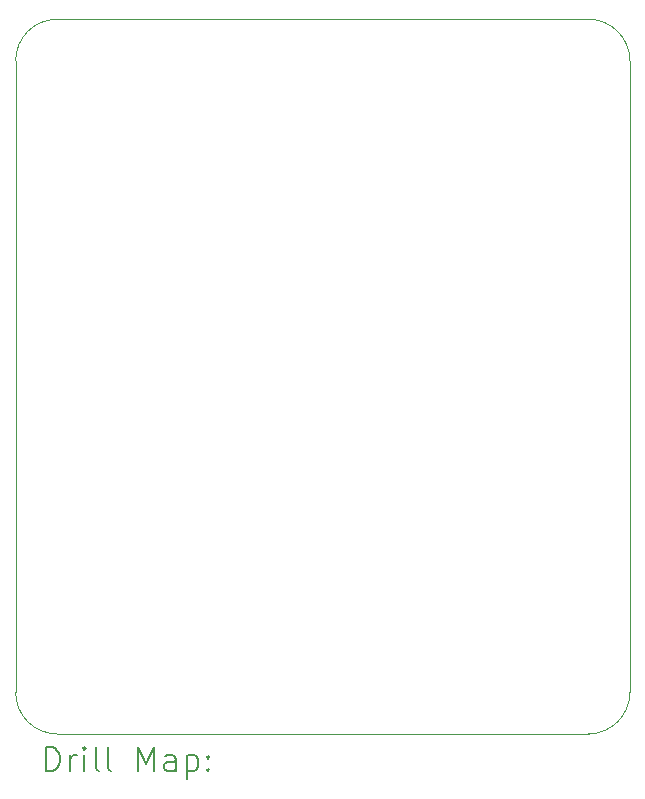
<source format=gbr>
%TF.GenerationSoftware,KiCad,Pcbnew,9.99.0-679-g5f620f0fa1*%
%TF.CreationDate,2025-04-01T17:45:59+06:00*%
%TF.ProjectId,hakko_station,68616b6b-6f5f-4737-9461-74696f6e2e6b,rev?*%
%TF.SameCoordinates,Original*%
%TF.FileFunction,Drillmap*%
%TF.FilePolarity,Positive*%
%FSLAX45Y45*%
G04 Gerber Fmt 4.5, Leading zero omitted, Abs format (unit mm)*
G04 Created by KiCad (PCBNEW 9.99.0-679-g5f620f0fa1) date 2025-04-01 17:45:59*
%MOMM*%
%LPD*%
G01*
G04 APERTURE LIST*
%ADD10C,0.050000*%
%ADD11C,0.200000*%
G04 APERTURE END LIST*
D10*
X7100000Y-7100000D02*
G75*
G02*
X7450000Y-6750000I350000J0D01*
G01*
X12300000Y-12450000D02*
G75*
G02*
X11950000Y-12800000I-350000J0D01*
G01*
X7450000Y-12800000D02*
G75*
G02*
X7100000Y-12450000I0J350000D01*
G01*
X7450000Y-6750000D02*
X11950000Y-6750000D01*
X11950000Y-12800000D02*
X7450000Y-12800000D01*
X12300000Y-7100000D02*
X12300000Y-12450000D01*
X7100000Y-12450000D02*
X7100000Y-7100000D01*
X11950000Y-6750000D02*
G75*
G02*
X12300000Y-7100000I0J-350000D01*
G01*
D11*
X7358277Y-13113984D02*
X7358277Y-12913984D01*
X7358277Y-12913984D02*
X7405896Y-12913984D01*
X7405896Y-12913984D02*
X7434467Y-12923508D01*
X7434467Y-12923508D02*
X7453515Y-12942555D01*
X7453515Y-12942555D02*
X7463039Y-12961603D01*
X7463039Y-12961603D02*
X7472562Y-12999698D01*
X7472562Y-12999698D02*
X7472562Y-13028269D01*
X7472562Y-13028269D02*
X7463039Y-13066365D01*
X7463039Y-13066365D02*
X7453515Y-13085412D01*
X7453515Y-13085412D02*
X7434467Y-13104460D01*
X7434467Y-13104460D02*
X7405896Y-13113984D01*
X7405896Y-13113984D02*
X7358277Y-13113984D01*
X7558277Y-13113984D02*
X7558277Y-12980650D01*
X7558277Y-13018746D02*
X7567801Y-12999698D01*
X7567801Y-12999698D02*
X7577324Y-12990174D01*
X7577324Y-12990174D02*
X7596372Y-12980650D01*
X7596372Y-12980650D02*
X7615420Y-12980650D01*
X7682086Y-13113984D02*
X7682086Y-12980650D01*
X7682086Y-12913984D02*
X7672562Y-12923508D01*
X7672562Y-12923508D02*
X7682086Y-12933031D01*
X7682086Y-12933031D02*
X7691610Y-12923508D01*
X7691610Y-12923508D02*
X7682086Y-12913984D01*
X7682086Y-12913984D02*
X7682086Y-12933031D01*
X7805896Y-13113984D02*
X7786848Y-13104460D01*
X7786848Y-13104460D02*
X7777324Y-13085412D01*
X7777324Y-13085412D02*
X7777324Y-12913984D01*
X7910658Y-13113984D02*
X7891610Y-13104460D01*
X7891610Y-13104460D02*
X7882086Y-13085412D01*
X7882086Y-13085412D02*
X7882086Y-12913984D01*
X8139229Y-13113984D02*
X8139229Y-12913984D01*
X8139229Y-12913984D02*
X8205896Y-13056841D01*
X8205896Y-13056841D02*
X8272562Y-12913984D01*
X8272562Y-12913984D02*
X8272562Y-13113984D01*
X8453515Y-13113984D02*
X8453515Y-13009222D01*
X8453515Y-13009222D02*
X8443991Y-12990174D01*
X8443991Y-12990174D02*
X8424944Y-12980650D01*
X8424944Y-12980650D02*
X8386848Y-12980650D01*
X8386848Y-12980650D02*
X8367801Y-12990174D01*
X8453515Y-13104460D02*
X8434467Y-13113984D01*
X8434467Y-13113984D02*
X8386848Y-13113984D01*
X8386848Y-13113984D02*
X8367801Y-13104460D01*
X8367801Y-13104460D02*
X8358277Y-13085412D01*
X8358277Y-13085412D02*
X8358277Y-13066365D01*
X8358277Y-13066365D02*
X8367801Y-13047317D01*
X8367801Y-13047317D02*
X8386848Y-13037793D01*
X8386848Y-13037793D02*
X8434467Y-13037793D01*
X8434467Y-13037793D02*
X8453515Y-13028269D01*
X8548753Y-12980650D02*
X8548753Y-13180650D01*
X8548753Y-12990174D02*
X8567801Y-12980650D01*
X8567801Y-12980650D02*
X8605896Y-12980650D01*
X8605896Y-12980650D02*
X8624944Y-12990174D01*
X8624944Y-12990174D02*
X8634467Y-12999698D01*
X8634467Y-12999698D02*
X8643991Y-13018746D01*
X8643991Y-13018746D02*
X8643991Y-13075888D01*
X8643991Y-13075888D02*
X8634467Y-13094936D01*
X8634467Y-13094936D02*
X8624944Y-13104460D01*
X8624944Y-13104460D02*
X8605896Y-13113984D01*
X8605896Y-13113984D02*
X8567801Y-13113984D01*
X8567801Y-13113984D02*
X8548753Y-13104460D01*
X8729705Y-13094936D02*
X8739229Y-13104460D01*
X8739229Y-13104460D02*
X8729705Y-13113984D01*
X8729705Y-13113984D02*
X8720182Y-13104460D01*
X8720182Y-13104460D02*
X8729705Y-13094936D01*
X8729705Y-13094936D02*
X8729705Y-13113984D01*
X8729705Y-12990174D02*
X8739229Y-12999698D01*
X8739229Y-12999698D02*
X8729705Y-13009222D01*
X8729705Y-13009222D02*
X8720182Y-12999698D01*
X8720182Y-12999698D02*
X8729705Y-12990174D01*
X8729705Y-12990174D02*
X8729705Y-13009222D01*
M02*

</source>
